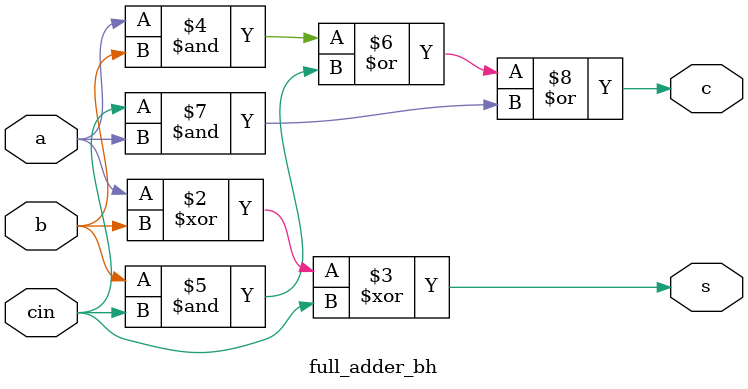
<source format=v>
module full_adder_bh(s, c, a, b, cin);

input a, b, cin;
output reg s, c;

always @ (*)
begin
    s = a ^ b ^ cin;
    c = a & b | b & cin | cin & a;
end

endmodule
</source>
